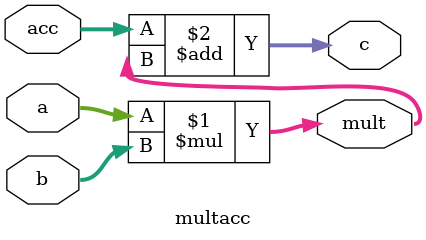
<source format=v>
module multacc(a, b, c, mult, acc);
	input[7:0] a; 
	input[7:0] b; 
	input[15:0] acc;
	
	output[15:0] mult; 
	output[15:0] c; 

	assign mult = a*b; 
	assign c = acc + mult;

endmodule
</source>
